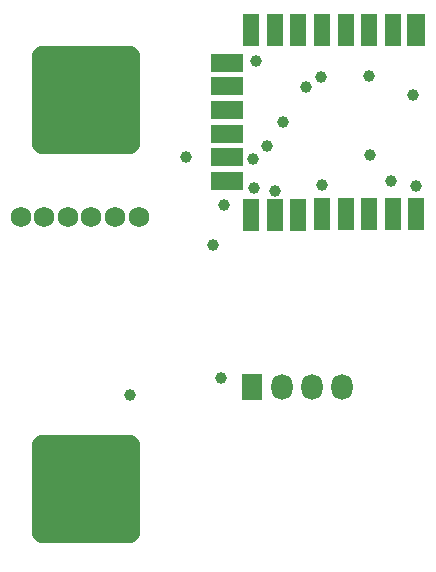
<source format=gts>
G04 Layer_Color=8388736*
%FSLAX25Y25*%
%MOIN*%
G70*
G01*
G75*
%ADD32R,0.06300X0.10800*%
%ADD33R,0.05300X0.10800*%
%ADD34R,0.10800X0.06300*%
G04:AMPARAMS|DCode=35|XSize=362.33mil|YSize=362.33mil|CornerRadius=39.43mil|HoleSize=0mil|Usage=FLASHONLY|Rotation=90.000|XOffset=0mil|YOffset=0mil|HoleType=Round|Shape=RoundedRectangle|*
%AMROUNDEDRECTD35*
21,1,0.36233,0.28346,0,0,90.0*
21,1,0.28346,0.36233,0,0,90.0*
1,1,0.07887,0.14173,0.14173*
1,1,0.07887,0.14173,-0.14173*
1,1,0.07887,-0.14173,-0.14173*
1,1,0.07887,-0.14173,0.14173*
%
%ADD35ROUNDEDRECTD35*%
%ADD36C,0.06800*%
%ADD37O,0.07099X0.08674*%
%ADD38R,0.07099X0.08674*%
%ADD39C,0.03950*%
G54D32*
X146096Y184591D02*
D03*
G54D33*
X138296D02*
D03*
X130396D02*
D03*
X122596D02*
D03*
X114596D02*
D03*
X106796D02*
D03*
X98996D02*
D03*
X91096D02*
D03*
X90996Y123091D02*
D03*
X98896D02*
D03*
X106696D02*
D03*
X114596Y123191D02*
D03*
X122496D02*
D03*
X130296D02*
D03*
X138296D02*
D03*
X146096D02*
D03*
G54D34*
X82896Y173591D02*
D03*
Y165791D02*
D03*
Y157991D02*
D03*
Y149991D02*
D03*
Y142191D02*
D03*
Y134191D02*
D03*
G54D35*
X35827Y31496D02*
D03*
Y161417D02*
D03*
G54D36*
X22047Y122441D02*
D03*
X29921D02*
D03*
X53543D02*
D03*
X14173D02*
D03*
X45669D02*
D03*
X37795D02*
D03*
G54D37*
X121339Y65748D02*
D03*
X111339D02*
D03*
X101339D02*
D03*
G54D38*
X91339D02*
D03*
G54D39*
X144882Y162992D02*
D03*
X98819Y131102D02*
D03*
X130315Y169291D02*
D03*
X92126Y131890D02*
D03*
X91732Y141732D02*
D03*
X92520Y174409D02*
D03*
X96456Y146063D02*
D03*
X29528Y33465D02*
D03*
X24409Y167323D02*
D03*
X81890Y126378D02*
D03*
X78347Y112992D02*
D03*
X130709Y142913D02*
D03*
X114567Y133071D02*
D03*
X146063Y132677D02*
D03*
X81102Y68504D02*
D03*
X50787Y62992D02*
D03*
X114173Y168898D02*
D03*
X109308Y165653D02*
D03*
X137795Y134252D02*
D03*
X101575Y153937D02*
D03*
X69291Y142126D02*
D03*
M02*

</source>
